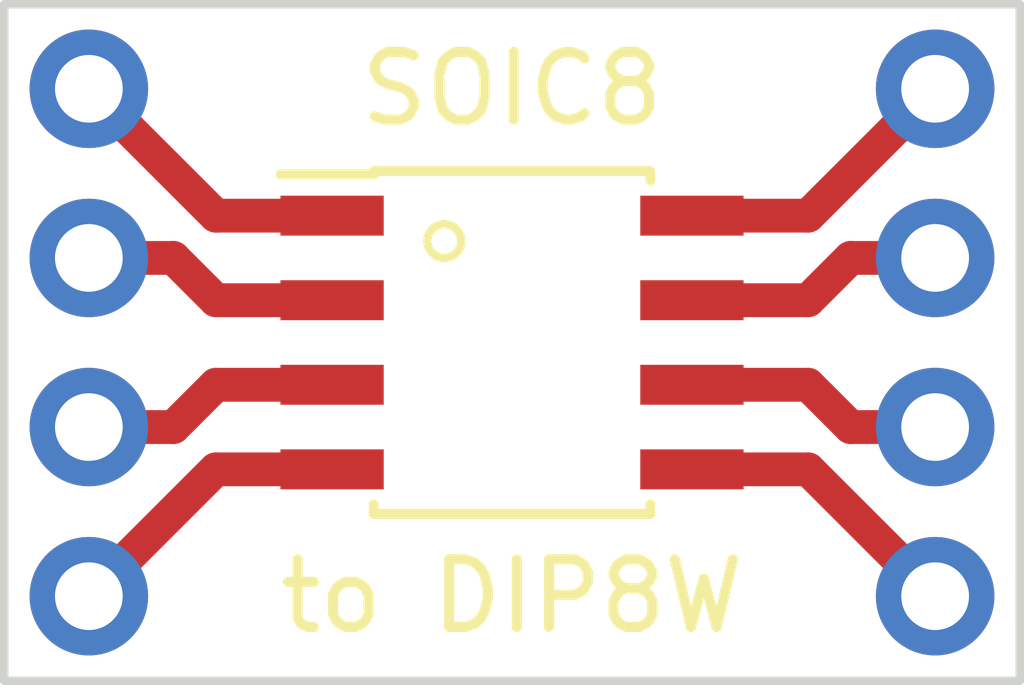
<source format=kicad_pcb>
(kicad_pcb (version 4) (host pcbnew 4.0.7)

  (general
    (links 8)
    (no_connects 4)
    (area 123.126499 59.626499 138.493501 69.913501)
    (thickness 1.6)
    (drawings 6)
    (tracks 20)
    (zones 0)
    (modules 3)
    (nets 9)
  )

  (page A4)
  (layers
    (0 F.Cu signal)
    (31 B.Cu signal)
    (32 B.Adhes user)
    (33 F.Adhes user)
    (34 B.Paste user)
    (35 F.Paste user)
    (36 B.SilkS user)
    (37 F.SilkS user)
    (38 B.Mask user)
    (39 F.Mask user)
    (40 Dwgs.User user)
    (41 Cmts.User user)
    (42 Eco1.User user)
    (43 Eco2.User user)
    (44 Edge.Cuts user)
    (45 Margin user)
    (46 B.CrtYd user)
    (47 F.CrtYd user)
    (48 B.Fab user)
    (49 F.Fab user)
  )

  (setup
    (last_trace_width 0.508)
    (trace_clearance 0.1524)
    (zone_clearance 0.3048)
    (zone_45_only no)
    (trace_min 0.1524)
    (segment_width 0.127)
    (edge_width 0.127)
    (via_size 0.6858)
    (via_drill 0.3302)
    (via_min_size 0.508)
    (via_min_drill 0.254)
    (uvia_size 0.6858)
    (uvia_drill 0.3302)
    (uvias_allowed no)
    (uvia_min_size 0)
    (uvia_min_drill 0)
    (pcb_text_width 0.3)
    (pcb_text_size 1.5 1.5)
    (mod_edge_width 0.15)
    (mod_text_size 1 1)
    (mod_text_width 0.15)
    (pad_size 1.524 1.524)
    (pad_drill 0.762)
    (pad_to_mask_clearance 0.0508)
    (aux_axis_origin 0 0)
    (visible_elements FFFFFF7F)
    (pcbplotparams
      (layerselection 0x010fc_80000001)
      (usegerberextensions false)
      (excludeedgelayer true)
      (linewidth 0.100000)
      (plotframeref false)
      (viasonmask false)
      (mode 1)
      (useauxorigin false)
      (hpglpennumber 1)
      (hpglpenspeed 20)
      (hpglpendiameter 15)
      (hpglpenoverlay 2)
      (psnegative false)
      (psa4output false)
      (plotreference true)
      (plotvalue true)
      (plotinvisibletext false)
      (padsonsilk false)
      (subtractmaskfromsilk false)
      (outputformat 1)
      (mirror false)
      (drillshape 0)
      (scaleselection 1)
      (outputdirectory ./gerbers))
  )

  (net 0 "")
  (net 1 "Net-(J1-Pad1)")
  (net 2 "Net-(J1-Pad2)")
  (net 3 "Net-(J1-Pad3)")
  (net 4 "Net-(J1-Pad4)")
  (net 5 "Net-(J1-Pad5)")
  (net 6 "Net-(J1-Pad6)")
  (net 7 "Net-(J1-Pad7)")
  (net 8 "Net-(J1-Pad8)")

  (net_class Default "This is the default net class."
    (clearance 0.1524)
    (trace_width 0.508)
    (via_dia 0.6858)
    (via_drill 0.3302)
    (uvia_dia 0.6858)
    (uvia_drill 0.3302)
    (add_net "Net-(J1-Pad1)")
    (add_net "Net-(J1-Pad2)")
    (add_net "Net-(J1-Pad3)")
    (add_net "Net-(J1-Pad4)")
    (add_net "Net-(J1-Pad5)")
    (add_net "Net-(J1-Pad6)")
    (add_net "Net-(J1-Pad7)")
    (add_net "Net-(J1-Pad8)")
  )

  (module Housings_SOIC:SOIC-8_3.9x4.9mm_Pitch1.27mm (layer F.Cu) (tedit 5B240874) (tstamp 5B2404F8)
    (at 130.81 64.77)
    (descr "8-Lead Plastic Small Outline (SN) - Narrow, 3.90 mm Body [SOIC] (see Microchip Packaging Specification 00000049BS.pdf)")
    (tags "SOIC 1.27")
    (path /5B24039B)
    (attr smd)
    (fp_text reference J1 (at 0 -3.5) (layer F.SilkS) hide
      (effects (font (size 1 1) (thickness 0.15)))
    )
    (fp_text value SOIC8 (at 0 -3.81) (layer F.SilkS)
      (effects (font (size 1.016 1.016) (thickness 0.1524)))
    )
    (fp_text user %R (at 0 0) (layer F.Fab) hide
      (effects (font (size 1 1) (thickness 0.15)))
    )
    (fp_line (start -0.95 -2.45) (end 1.95 -2.45) (layer F.Fab) (width 0.1))
    (fp_line (start 1.95 -2.45) (end 1.95 2.45) (layer F.Fab) (width 0.1))
    (fp_line (start 1.95 2.45) (end -1.95 2.45) (layer F.Fab) (width 0.1))
    (fp_line (start -1.95 2.45) (end -1.95 -1.45) (layer F.Fab) (width 0.1))
    (fp_line (start -1.95 -1.45) (end -0.95 -2.45) (layer F.Fab) (width 0.1))
    (fp_line (start -3.73 -2.7) (end -3.73 2.7) (layer F.CrtYd) (width 0.05))
    (fp_line (start 3.73 -2.7) (end 3.73 2.7) (layer F.CrtYd) (width 0.05))
    (fp_line (start -3.73 -2.7) (end 3.73 -2.7) (layer F.CrtYd) (width 0.05))
    (fp_line (start -3.73 2.7) (end 3.73 2.7) (layer F.CrtYd) (width 0.05))
    (fp_line (start -2.075 -2.575) (end -2.075 -2.525) (layer F.SilkS) (width 0.15))
    (fp_line (start 2.075 -2.575) (end 2.075 -2.43) (layer F.SilkS) (width 0.15))
    (fp_line (start 2.075 2.575) (end 2.075 2.43) (layer F.SilkS) (width 0.15))
    (fp_line (start -2.075 2.575) (end -2.075 2.43) (layer F.SilkS) (width 0.15))
    (fp_line (start -2.075 -2.575) (end 2.075 -2.575) (layer F.SilkS) (width 0.15))
    (fp_line (start -2.075 2.575) (end 2.075 2.575) (layer F.SilkS) (width 0.15))
    (fp_line (start -2.075 -2.525) (end -3.475 -2.525) (layer F.SilkS) (width 0.15))
    (pad 1 smd rect (at -2.7 -1.905) (size 1.55 0.6) (layers F.Cu F.Paste F.Mask)
      (net 1 "Net-(J1-Pad1)"))
    (pad 2 smd rect (at -2.7 -0.635) (size 1.55 0.6) (layers F.Cu F.Paste F.Mask)
      (net 2 "Net-(J1-Pad2)"))
    (pad 3 smd rect (at -2.7 0.635) (size 1.55 0.6) (layers F.Cu F.Paste F.Mask)
      (net 3 "Net-(J1-Pad3)"))
    (pad 4 smd rect (at -2.7 1.905) (size 1.55 0.6) (layers F.Cu F.Paste F.Mask)
      (net 4 "Net-(J1-Pad4)"))
    (pad 5 smd rect (at 2.7 1.905) (size 1.55 0.6) (layers F.Cu F.Paste F.Mask)
      (net 5 "Net-(J1-Pad5)"))
    (pad 6 smd rect (at 2.7 0.635) (size 1.55 0.6) (layers F.Cu F.Paste F.Mask)
      (net 6 "Net-(J1-Pad6)"))
    (pad 7 smd rect (at 2.7 -0.635) (size 1.55 0.6) (layers F.Cu F.Paste F.Mask)
      (net 7 "Net-(J1-Pad7)"))
    (pad 8 smd rect (at 2.7 -1.905) (size 1.55 0.6) (layers F.Cu F.Paste F.Mask)
      (net 8 "Net-(J1-Pad8)"))
    (model ${KISYS3DMOD}/Housings_SOIC.3dshapes/SOIC-8_3.9x4.9mm_Pitch1.27mm.wrl
      (at (xyz 0 0 0))
      (scale (xyz 1 1 1))
      (rotate (xyz 0 0 0))
    )
  )

  (module Poly_Connectors:0.1in_0x1_header (layer B.Cu) (tedit 5B240490) (tstamp 5B240500)
    (at 137.16 68.58 180)
    (path /5B2403F8)
    (fp_text reference J2 (at 0 3.81 450) (layer B.SilkS) hide
      (effects (font (size 1 1) (thickness 0.15)) (justify mirror))
    )
    (fp_text value DIP8W_Right (at 0 3.81 450) (layer B.Fab) hide
      (effects (font (size 1 1) (thickness 0.15)) (justify mirror))
    )
    (pad 1 thru_hole circle (at 0 0 180) (size 1.778 1.778) (drill 1.016) (layers *.Cu *.Mask)
      (net 5 "Net-(J1-Pad5)"))
    (pad 2 thru_hole circle (at 0 2.54 180) (size 1.778 1.778) (drill 1.016) (layers *.Cu *.Mask)
      (net 6 "Net-(J1-Pad6)"))
    (pad 3 thru_hole circle (at 0 5.08 180) (size 1.778 1.778) (drill 1.016) (layers *.Cu *.Mask)
      (net 7 "Net-(J1-Pad7)"))
    (pad 4 thru_hole circle (at 0 7.62 180) (size 1.778 1.778) (drill 1.016) (layers *.Cu *.Mask)
      (net 8 "Net-(J1-Pad8)"))
    (model Pin_Headers.3dshapes/Pin_Header_Straight_1x04_Pitch2.54mm.wrl
      (at (xyz 0 0 0))
      (scale (xyz 1 1 1))
      (rotate (xyz 0 0 180))
    )
  )

  (module Poly_Connectors:0.1in_0x1_header (layer B.Cu) (tedit 5B240490) (tstamp 5B240508)
    (at 124.46 60.96)
    (path /5B240439)
    (fp_text reference J3 (at 0 3.81 270) (layer B.SilkS) hide
      (effects (font (size 1 1) (thickness 0.15)) (justify mirror))
    )
    (fp_text value DIP8W_Left (at 0 3.81 270) (layer B.Fab) hide
      (effects (font (size 1 1) (thickness 0.15)) (justify mirror))
    )
    (pad 1 thru_hole circle (at 0 0) (size 1.778 1.778) (drill 1.016) (layers *.Cu *.Mask)
      (net 1 "Net-(J1-Pad1)"))
    (pad 2 thru_hole circle (at 0 2.54) (size 1.778 1.778) (drill 1.016) (layers *.Cu *.Mask)
      (net 2 "Net-(J1-Pad2)"))
    (pad 3 thru_hole circle (at 0 5.08) (size 1.778 1.778) (drill 1.016) (layers *.Cu *.Mask)
      (net 3 "Net-(J1-Pad3)"))
    (pad 4 thru_hole circle (at 0 7.62) (size 1.778 1.778) (drill 1.016) (layers *.Cu *.Mask)
      (net 4 "Net-(J1-Pad4)"))
    (model Pin_Headers.3dshapes/Pin_Header_Straight_1x04_Pitch2.54mm.wrl
      (at (xyz 0 0 0))
      (scale (xyz 1 1 1))
      (rotate (xyz 0 0 180))
    )
  )

  (gr_text "to DIP8W" (at 130.81 68.58) (layer F.SilkS)
    (effects (font (size 1.016 1.016) (thickness 0.1524)))
  )
  (gr_circle (center 129.794 63.246) (end 129.794 62.992) (layer F.SilkS) (width 0.127))
  (gr_line (start 138.43 59.69) (end 123.19 59.69) (layer Edge.Cuts) (width 0.127))
  (gr_line (start 123.19 69.85) (end 123.19 59.69) (layer Edge.Cuts) (width 0.127))
  (gr_line (start 138.43 69.85) (end 123.19 69.85) (layer Edge.Cuts) (width 0.127))
  (gr_line (start 138.43 59.69) (end 138.43 69.85) (layer Edge.Cuts) (width 0.127))

  (segment (start 128.11 62.865) (end 126.365 62.865) (width 0.508) (layer F.Cu) (net 1))
  (segment (start 126.365 62.865) (end 124.46 60.96) (width 0.508) (layer F.Cu) (net 1))
  (segment (start 126.365 64.135) (end 125.73 63.5) (width 0.508) (layer F.Cu) (net 2))
  (segment (start 125.73 63.5) (end 124.46 63.5) (width 0.508) (layer F.Cu) (net 2))
  (segment (start 128.11 64.135) (end 126.365 64.135) (width 0.508) (layer F.Cu) (net 2))
  (segment (start 128.11 65.405) (end 126.365 65.405) (width 0.508) (layer F.Cu) (net 3))
  (segment (start 126.365 65.405) (end 125.73 66.04) (width 0.508) (layer F.Cu) (net 3))
  (segment (start 125.73 66.04) (end 124.46 66.04) (width 0.508) (layer F.Cu) (net 3))
  (segment (start 128.11 66.675) (end 126.365 66.675) (width 0.508) (layer F.Cu) (net 4))
  (segment (start 126.365 66.675) (end 124.46 68.58) (width 0.508) (layer F.Cu) (net 4))
  (segment (start 133.51 66.675) (end 135.255 66.675) (width 0.508) (layer F.Cu) (net 5))
  (segment (start 135.255 66.675) (end 137.16 68.58) (width 0.508) (layer F.Cu) (net 5))
  (segment (start 135.255 65.405) (end 135.89 66.04) (width 0.508) (layer F.Cu) (net 6))
  (segment (start 135.89 66.04) (end 137.16 66.04) (width 0.508) (layer F.Cu) (net 6))
  (segment (start 133.51 65.405) (end 135.255 65.405) (width 0.508) (layer F.Cu) (net 6))
  (segment (start 135.255 64.135) (end 135.89 63.5) (width 0.508) (layer F.Cu) (net 7))
  (segment (start 135.89 63.5) (end 137.16 63.5) (width 0.508) (layer F.Cu) (net 7))
  (segment (start 133.51 64.135) (end 135.255 64.135) (width 0.508) (layer F.Cu) (net 7))
  (segment (start 133.51 62.865) (end 135.255 62.865) (width 0.508) (layer F.Cu) (net 8))
  (segment (start 135.255 62.865) (end 137.16 60.96) (width 0.508) (layer F.Cu) (net 8))

)

</source>
